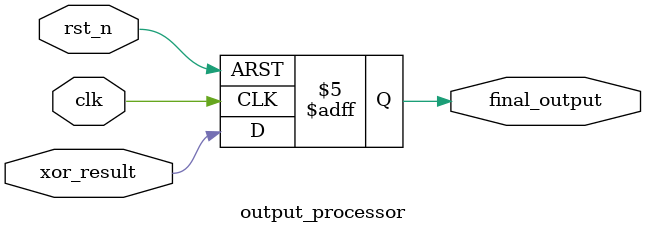
<source format=sv>
module xor_port_style #(
    parameter STAGE_REGISTERS = 1  // 参数化设计，允许配置流水线级数
)(
    input  wire clk,       // 时钟信号
    input  wire rst_n,     // 低有效复位
    input  wire a,         // 输入操作数A
    input  wire b,         // 输入操作数B
    output wire y          // 运算结果输出
);
    // 内部信号声明
    wire preprocessed_a, preprocessed_b;
    wire xor_result;
    
    // 输入预处理子模块实例化
    input_processor input_proc_inst (
        .clk(clk),
        .rst_n(rst_n),
        .raw_a(a),
        .raw_b(b),
        .processed_a(preprocessed_a),
        .processed_b(preprocessed_b)
    );
    
    // 核心XOR逻辑运算子模块
    xor_computation #(
        .PIPELINE_STAGES(STAGE_REGISTERS)
    ) xor_comp_inst (
        .clk(clk),
        .rst_n(rst_n),
        .operand_a(preprocessed_a),
        .operand_b(preprocessed_b),
        .result(xor_result)
    );
    
    // 输出后处理子模块
    output_processor output_proc_inst (
        .clk(clk),
        .rst_n(rst_n),
        .xor_result(xor_result),
        .final_output(y)
    );
    
endmodule

//=============================================================================
// 输入预处理模块 - 处理输入信号
//=============================================================================
module input_processor (
    input  wire clk,
    input  wire rst_n,
    input  wire raw_a,
    input  wire raw_b,
    output reg  processed_a,
    output reg  processed_b
);
    // 可选的输入去抖动或同步
    always @(posedge clk or negedge rst_n) begin
        if (!rst_n) begin
            processed_a <= 1'b0;
            processed_b <= 1'b0;
        end else begin
            processed_a <= raw_a;
            processed_b <= raw_b;
        end
    end
    
endmodule

//=============================================================================
// XOR计算核心模块 - 可配置流水线级数
//=============================================================================
module xor_computation #(
    parameter PIPELINE_STAGES = 1
)(
    input  wire clk,
    input  wire rst_n,
    input  wire operand_a,
    input  wire operand_b,
    output wire result
);
    // 处理逻辑
    generate
        if (PIPELINE_STAGES == 0) begin: NO_PIPELINE
            // 无流水线，纯组合逻辑
            assign result = operand_a ^ operand_b;
        end
        else begin: WITH_PIPELINE
            // 使用流水线寄存器
            reg [PIPELINE_STAGES:0] pipeline_regs;
            
            always @(posedge clk or negedge rst_n) begin
                if (!rst_n) begin
                    pipeline_regs <= {(PIPELINE_STAGES+1){1'b0}};
                end else begin
                    pipeline_regs[0] <= operand_a ^ operand_b;
                    for (int i = 1; i <= PIPELINE_STAGES; i = i + 1) begin
                        pipeline_regs[i] <= pipeline_regs[i-1];
                    end
                end
            end
            
            assign result = pipeline_regs[PIPELINE_STAGES];
        end
    endgenerate
    
endmodule

//=============================================================================
// 输出处理模块 - 处理输出信号
//=============================================================================
module output_processor (
    input  wire clk,
    input  wire rst_n,
    input  wire xor_result,
    output reg  final_output
);
    // 输出缓冲或后处理逻辑
    always @(posedge clk or negedge rst_n) begin
        if (!rst_n) begin
            final_output <= 1'b0;
        end else begin
            final_output <= xor_result;
        end
    end
    
endmodule
</source>
